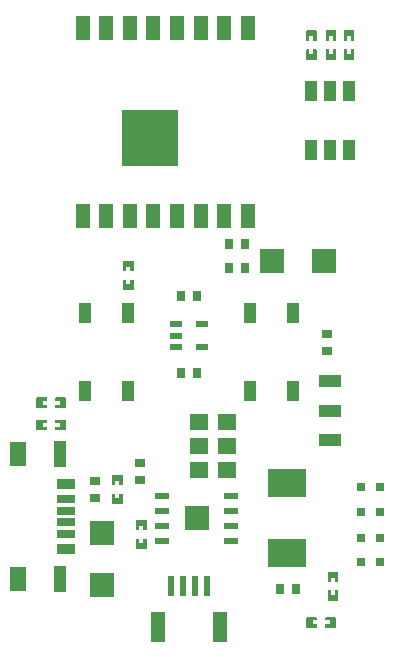
<source format=gtp>
G04 Layer: TopPasteMaskLayer*
G04 EasyEDA Pro v2.1.64.d1969c9c.217bcf, 2024-11-09 23:40:01*
G04 Gerber Generator version 0.3*
G04 Scale: 100 percent, Rotated: No, Reflected: No*
G04 Dimensions in millimeters*
G04 Leading zeros omitted, absolute positions, 3 integers and 5 decimals*
%FSLAX35Y35*%
%MOMM*%
%ADD10R,1.0X0.6*%
%ADD11R,1.9X1.0*%
%ADD12R,1.2X0.6*%
%ADD13R,2.0X2.0*%
%ADD14R,0.9X0.8*%
%ADD15R,0.8X0.9*%
%ADD16R,0.8001X0.8001*%
%ADD17R,3.19999X2.4*%
%ADD18R,1.2X2.49999*%
%ADD19R,0.5X1.7*%
%ADD20R,1.2X2.0*%
%ADD21R,1.2X2.0*%
%ADD22R,4.79999X4.79999*%
%ADD23R,2.0X2.0*%
%ADD24R,0.8X0.9*%
%ADD25R,1.0X1.7*%
%ADD26R,1.0X1.7*%
%ADD27R,0.9X0.8*%
%ADD28R,1.1X1.7*%
%ADD29R,2.0X2.0*%
%ADD30R,1.5X1.3589*%
%ADD31R,1.5X0.9*%
%ADD32R,1.5X0.8*%
%ADD33R,1.5X0.7*%
%ADD34R,1.0X2.2*%
%ADD35R,1.4X2.0*%
G75*


G04 PolygonModel Start*
G36*
G01X-785300Y-3542373D02*
G01X-705300Y-3542373D01*
G01X-700299Y-3537372D01*
G01Y-3514575D01*
G01X-737299D01*
G01Y-3481575D01*
G01X-700299D01*
G01Y-3457372D01*
G01X-705300Y-3452373D01*
G01X-785300D01*
G01X-790298Y-3457372D01*
G01Y-3537372D01*
G01X-785300Y-3542373D01*
G37*
G36*
G01X-630299Y-3537372D02*
G01X-630299Y-3514575D01*
G01X-592300D01*
G01Y-3481575D01*
G01X-630299D01*
G01Y-3457372D01*
G01X-625300Y-3452373D01*
G01X-546301D01*
G01X-541300Y-3457372D01*
G01Y-3537372D01*
G01X-546301Y-3542373D01*
G01X-625300D01*
G01X-630299Y-3537372D01*
G37*
G36*
G01X-785300Y-3732873D02*
G01X-705300Y-3732873D01*
G01X-700299Y-3727872D01*
G01Y-3705075D01*
G01X-737299D01*
G01Y-3672075D01*
G01X-700299D01*
G01Y-3647872D01*
G01X-705300Y-3642873D01*
G01X-785300D01*
G01X-790298Y-3647872D01*
G01Y-3727872D01*
G01X-785300Y-3732873D01*
G37*
G36*
G01X-630299Y-3727872D02*
G01X-630299Y-3705075D01*
G01X-592300D01*
G01Y-3672075D01*
G01X-630299D01*
G01Y-3647872D01*
G01X-625300Y-3642873D01*
G01X-546301D01*
G01X-541300Y-3647872D01*
G01Y-3727872D01*
G01X-546301Y-3732873D01*
G01X-625300D01*
G01X-630299Y-3727872D01*
G37*
G36*
G01X-61999Y-4353476D02*
G01X-61999Y-4273476D01*
G01X-67000Y-4268475D01*
G01X-89797D01*
G01Y-4305475D01*
G01X-122797D01*
G01Y-4268475D01*
G01X-147000D01*
G01X-151999Y-4273476D01*
G01Y-4353476D01*
G01X-147000Y-4358475D01*
G01X-67000D01*
G01X-61999Y-4353476D01*
G37*
G36*
G01X-67000Y-4198475D02*
G01X-89797Y-4198475D01*
G01Y-4160477D01*
G01X-122797D01*
G01Y-4198475D01*
G01X-147000D01*
G01X-151999Y-4193476D01*
G01Y-4114477D01*
G01X-147000Y-4109476D01*
G01X-67000D01*
G01X-61999Y-4114477D01*
G01Y-4193476D01*
G01X-67000Y-4198475D01*
G37*
G36*
G01X51204Y-4495472D02*
G01X51204Y-4575472D01*
G01X56205Y-4580473D01*
G01X79001D01*
G01Y-4543473D01*
G01X112001D01*
G01Y-4580473D01*
G01X136205D01*
G01X141203Y-4575472D01*
G01Y-4495472D01*
G01X136205Y-4490474D01*
G01X56205D01*
G01X51204Y-4495472D01*
G37*
G36*
G01X56205Y-4650473D02*
G01X79001Y-4650473D01*
G01Y-4688472D01*
G01X112001D01*
G01Y-4650473D01*
G01X136205D01*
G01X141203Y-4655472D01*
G01Y-4734471D01*
G01X136205Y-4739472D01*
G01X56205D01*
G01X51204Y-4734471D01*
G01Y-4655472D01*
G01X56205Y-4650473D01*
G37*
G36*
G01X1499926Y-5402807D02*
G01X1579925Y-5402807D01*
G01X1584927Y-5397806D01*
G01Y-5375010D01*
G01X1547927D01*
G01Y-5342010D01*
G01X1584927D01*
G01Y-5317806D01*
G01X1579925Y-5312808D01*
G01X1499926D01*
G01X1494927Y-5317806D01*
G01Y-5397806D01*
G01X1499926Y-5402807D01*
G37*
G36*
G01X1654927Y-5397806D02*
G01X1654927Y-5375010D01*
G01X1692925D01*
G01Y-5342010D01*
G01X1654927D01*
G01Y-5317806D01*
G01X1659925Y-5312808D01*
G01X1738924D01*
G01X1743926Y-5317806D01*
G01Y-5397806D01*
G01X1738924Y-5402807D01*
G01X1659925D01*
G01X1654927Y-5397806D01*
G37*
G36*
G01X1766026Y-5172511D02*
G01X1766026Y-5092511D01*
G01X1761025Y-5087510D01*
G01X1738228D01*
G01Y-5124510D01*
G01X1705229D01*
G01Y-5087510D01*
G01X1681025D01*
G01X1676026Y-5092511D01*
G01Y-5172511D01*
G01X1681025Y-5177509D01*
G01X1761025D01*
G01X1766026Y-5172511D01*
G37*
G36*
G01X1761025Y-5017510D02*
G01X1738228Y-5017510D01*
G01Y-4979511D01*
G01X1705229D01*
G01Y-5017510D01*
G01X1681025D01*
G01X1676026Y-5012511D01*
G01Y-4933512D01*
G01X1681025Y-4928511D01*
G01X1761025D01*
G01X1766026Y-4933512D01*
G01Y-5012511D01*
G01X1761025Y-5017510D01*
G37*
G36*
G01X1491701Y-350398D02*
G01X1491701Y-430398D01*
G01X1496703Y-435399D01*
G01X1519499D01*
G01Y-398399D01*
G01X1552499D01*
G01Y-435399D01*
G01X1576702D01*
G01X1581701Y-430398D01*
G01Y-350398D01*
G01X1576702Y-345399D01*
G01X1496703D01*
G01X1491701Y-350398D01*
G37*
G36*
G01X1496703Y-505399D02*
G01X1519499Y-505399D01*
G01Y-543397D01*
G01X1552499D01*
G01Y-505399D01*
G01X1576702D01*
G01X1581701Y-510398D01*
G01Y-589397D01*
G01X1576702Y-594398D01*
G01X1496703D01*
G01X1491701Y-589397D01*
G01Y-510398D01*
G01X1496703Y-505399D01*
G37*
G36*
G01X1656801Y-350398D02*
G01X1656801Y-430398D01*
G01X1661803Y-435399D01*
G01X1684599D01*
G01Y-398399D01*
G01X1717599D01*
G01Y-435399D01*
G01X1741802D01*
G01X1746801Y-430398D01*
G01Y-350398D01*
G01X1741802Y-345399D01*
G01X1661803D01*
G01X1656801Y-350398D01*
G37*
G36*
G01X1661803Y-505399D02*
G01X1684599Y-505399D01*
G01Y-543397D01*
G01X1717599D01*
G01Y-505399D01*
G01X1741802D01*
G01X1746801Y-510398D01*
G01Y-589397D01*
G01X1741802Y-594398D01*
G01X1661803D01*
G01X1656801Y-589397D01*
G01Y-510398D01*
G01X1661803Y-505399D01*
G37*
G36*
G01X1809201Y-350398D02*
G01X1809201Y-430398D01*
G01X1814203Y-435399D01*
G01X1836999D01*
G01Y-398399D01*
G01X1869999D01*
G01Y-435399D01*
G01X1894202D01*
G01X1899201Y-430398D01*
G01Y-350398D01*
G01X1894202Y-345399D01*
G01X1814203D01*
G01X1809201Y-350398D01*
G37*
G36*
G01X1814203Y-505399D02*
G01X1836999Y-505399D01*
G01Y-543397D01*
G01X1869999D01*
G01Y-505399D01*
G01X1894202D01*
G01X1899201Y-510398D01*
G01Y-589397D01*
G01X1894202Y-594398D01*
G01X1814203D01*
G01X1809201Y-589397D01*
G01Y-510398D01*
G01X1814203Y-505399D01*
G37*
G36*
G01X-57699Y-2301016D02*
G01X-57699Y-2381016D01*
G01X-52697Y-2386018D01*
G01X-29901D01*
G01Y-2349017D01*
G01X3099D01*
G01Y-2386018D01*
G01X27302D01*
G01X32301Y-2381016D01*
G01Y-2301016D01*
G01X27302Y-2296018D01*
G01X-52697D01*
G01X-57699Y-2301016D01*
G37*
G36*
G01X-52697Y-2456017D02*
G01X-29901Y-2456017D01*
G01Y-2494016D01*
G01X3099D01*
G01Y-2456017D01*
G01X27302D01*
G01X32301Y-2461016D01*
G01Y-2540015D01*
G01X27302Y-2545016D01*
G01X-52697D01*
G01X-57699Y-2540015D01*
G01Y-2461016D01*
G01X-52697Y-2456017D01*
G37*
G04 PolygonModel End*

G04 Pad Start*
G54D10*
G01X392699Y-2930520D03*
G01X392699Y-3025516D03*
G01X392699Y-2835549D03*
G01X612714Y-3025541D03*
G01X612714Y-2835524D03*
G54D11*
G01X1695628Y-3317109D03*
G01X1695628Y-3567121D03*
G01X1695628Y-3817108D03*
G54D12*
G01X275272Y-4284774D03*
G01X275272Y-4411774D03*
G01X275272Y-4538774D03*
G01X275272Y-4665774D03*
G01X856932Y-4665774D03*
G01X856932Y-4538774D03*
G01X856932Y-4411774D03*
G01X856932Y-4284774D03*
G54D13*
G01X566102Y-4475274D03*
G54D14*
G01X83502Y-4151577D03*
G01X83502Y-4011572D03*
G54D15*
G01X1270800Y-5072174D03*
G01X1410805Y-5072174D03*
G54D16*
G01X1954212Y-4844590D03*
G01X2114232Y-4844082D03*
G01X1954212Y-4641390D03*
G01X2114232Y-4640882D03*
G01X1954212Y-4425490D03*
G01X2114232Y-4424982D03*
G01X1954212Y-4209590D03*
G01X2114232Y-4209082D03*
G54D14*
G01X-297498Y-4303977D03*
G01X-297498Y-4163972D03*
G54D17*
G01X1328102Y-4175285D03*
G01X1328102Y-4775284D03*
G54D18*
G01X242613Y-5394564D03*
G54D19*
G01X652594Y-5054585D03*
G01X552595Y-5054585D03*
G01X452595Y-5054585D03*
G01X352595Y-5054585D03*
G54D18*
G01X762602Y-5394564D03*
G54D20*
G01X-400596Y-1922473D03*
G01X-200597Y-1922473D03*
G01X-597Y-1922473D03*
G01X199402Y-1922473D03*
G01X399402Y-1922473D03*
G01X599402Y-1922473D03*
G01X799401Y-1922473D03*
G01X999401Y-1922473D03*
G54D21*
G01X999401Y-322476D03*
G01X799401Y-322476D03*
G01X599402Y-322476D03*
G01X399402Y-322476D03*
G01X199402Y-322476D03*
G01X-597Y-322476D03*
G01X-200597Y-322476D03*
G01X-400596Y-322476D03*
G54D22*
G01X174401Y-1257483D03*
G54D23*
G01X1202411Y-2298700D03*
G01X1642389Y-2298700D03*
G54D24*
G01X979005Y-2354374D03*
G01X839000Y-2354374D03*
G01X979005Y-2151174D03*
G01X839000Y-2151174D03*
G54D25*
G01X-381691Y-3401805D03*
G01X-381694Y-2741812D03*
G01X-11651Y-3401805D03*
G01X-11654Y-2741812D03*
G54D26*
G01X1385346Y-2741812D03*
G01X1385349Y-3401805D03*
G01X1015306Y-2741812D03*
G01X1015309Y-3401805D03*
G54D27*
G01X1671002Y-2919372D03*
G01X1671002Y-3059377D03*
G54D28*
G01X1856397Y-859775D03*
G01X1696428Y-859775D03*
G01X1536408Y-859775D03*
G01X1856397Y-1359774D03*
G01X1696428Y-1359774D03*
G01X1536408Y-1359774D03*
G54D29*
G01X-234772Y-4604419D03*
G01X-234772Y-5044398D03*
G54D15*
G01X432600Y-3243374D03*
G01X572605Y-3243374D03*
G54D24*
G01X572605Y-2595674D03*
G01X432600Y-2595674D03*
G54D30*
G01X825792Y-3664717D03*
G01X585813Y-3664717D03*
G01X825792Y-4071117D03*
G01X585813Y-4071117D03*
G01X825792Y-3867917D03*
G01X585813Y-3867917D03*
G54D31*
G01X-536639Y-4187568D03*
G01X-536639Y-4737580D03*
G54D32*
G01X-536639Y-4310581D03*
G01X-536639Y-4614568D03*
G54D33*
G01X-536639Y-4412562D03*
G01X-536639Y-4512587D03*
G54D34*
G01X-589903Y-3935651D03*
G01X-589903Y-4989497D03*
G54D35*
G01X-949897Y-3930571D03*
G01X-949897Y-4994577D03*
G04 Pad End*

M02*

</source>
